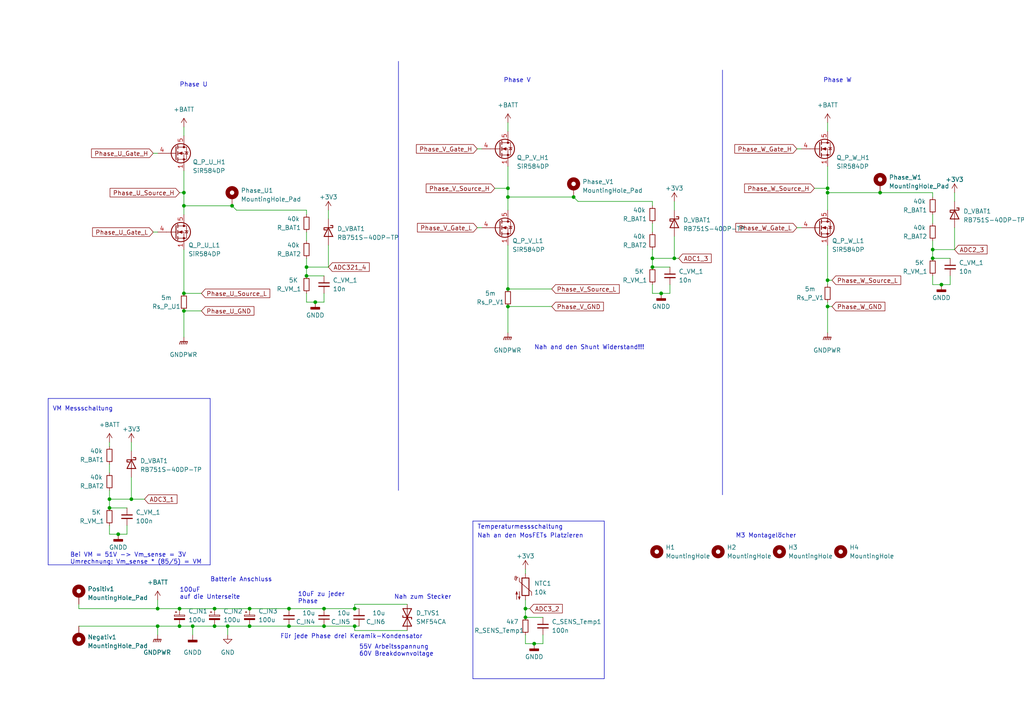
<source format=kicad_sch>
(kicad_sch (version 20230121) (generator eeschema)
  (paper "A4")
  (lib_symbols
    (symbol "Device:C_Polarized_Small" (pin_numbers hide) (pin_names (offset 0.254) hide)
      (property "Reference" "C" (at 0.254 1.778 0))
      (property "Value" "C_Polarized_Small" (at 0.254 -2.032 0))
      (symbol "C_Polarized_Small_0_1"
        (rectangle (start -1.524 -0.3048) (end 1.524 -0.6858) (fill (type outline)))
        (rectangle (start -1.524 0.6858) (end 1.524 0.3048))
        (polyline (pts (xy -1.27 1.524) (xy -0.762 1.524)))
        (polyline (pts (xy -1.016 1.27) (xy -1.016 1.778)))
      )
      (symbol "C_Polarized_Small_1_1"
        (pin passive line (at 0 2.54 270) (length 1.8542) (name "~") (number "1"))
        (pin passive line (at 0 -2.54 90) (length 1.8542) (name "~") (number "2"))
      )
    )
    (symbol "Device:C_Small" (pin_numbers hide) (pin_names (offset 0.254) hide)
      (property "Reference" "C" (at 0.254 1.778 0))
      (property "Value" "C_Small" (at 0.254 -2.032 0))
      (symbol "C_Small_0_1"
        (polyline (pts (xy -1.524 -0.508) (xy 1.524 -0.508)) (stroke (width 0.3302)))
        (polyline (pts (xy -1.524 0.508) (xy 1.524 0.508)) (stroke (width 0.3048)))
      )
      (symbol "C_Small_1_1"
        (pin passive line (at 0 2.54 270) (length 2.032) (name "~") (number "1"))
        (pin passive line (at 0 -2.54 90) (length 2.032) (name "~") (number "2"))
      )
    )
    (symbol "Device:D_Schottky" (pin_numbers hide) (pin_names (offset 1.016) hide)
      (property "Reference" "D" (at 0 2.54 0))
      (property "Value" "D_Schottky" (at 0 -2.54 0))
      (symbol "D_Schottky_0_1"
        (polyline (pts (xy 1.27 0) (xy -1.27 0)))
        (polyline (pts (xy 1.27 1.27) (xy 1.27 -1.27) (xy -1.27 0) (xy 1.27 1.27)) (stroke (width 0.254)))
        (polyline (pts (xy -1.905 0.635) (xy -1.905 1.27) (xy -1.27 1.27) (xy -1.27 -1.27) (xy -0.635 -1.27) (xy -0.635 -0.635)) (stroke (width 0.254)))
      )
      (symbol "D_Schottky_1_1"
        (pin passive line (at -3.81 0 0) (length 2.54) (name "K") (number "1"))
        (pin passive line (at 3.81 0 180) (length 2.54) (name "A") (number "2"))
      )
    )
    (symbol "Device:D_TVS" (pin_numbers hide) (pin_names (offset 1.016) hide)
      (property "Reference" "D" (at 0 2.54 0))
      (property "Value" "D_TVS" (at 0 -2.54 0))
      (symbol "D_TVS_0_1"
        (polyline (pts (xy 1.27 0) (xy -1.27 0)))
        (polyline (pts (xy 0.508 1.27) (xy 0 1.27) (xy 0 -1.27) (xy -0.508 -1.27)) (stroke (width 0.254)))
        (polyline (pts (xy -2.54 1.27) (xy -2.54 -1.27) (xy 2.54 1.27) (xy 2.54 -1.27) (xy -2.54 1.27)) (stroke (width 0.254)))
      )
      (symbol "D_TVS_1_1"
        (pin passive line (at -3.81 0 0) (length 2.54) (name "A1") (number "1"))
        (pin passive line (at 3.81 0 180) (length 2.54) (name "A2") (number "2"))
      )
    )
    (symbol "Device:R_Small" (pin_numbers hide) (pin_names (offset 0.254) hide)
      (property "Reference" "R" (at 0.762 0.508 0))
      (property "Value" "R_Small" (at 0.762 -1.016 0))
      (symbol "R_Small_0_1"
        (rectangle (start -0.762 1.778) (end 0.762 -1.778) (stroke (width 0.2032)))
      )
      (symbol "R_Small_1_1"
        (pin passive line (at 0 2.54 270) (length 0.762) (name "~") (number "1"))
        (pin passive line (at 0 -2.54 90) (length 0.762) (name "~") (number "2"))
      )
    )
    (symbol "Device:Thermistor_NTC" (pin_numbers hide) (pin_names (offset 0))
      (property "Reference" "TH" (at -4.445 0 90))
      (property "Value" "Thermistor_NTC" (at 3.175 0 90))
      (symbol "Thermistor_NTC_0_1"
        (arc (start -3.048 2.159) (mid -3.0505 2.3165) (end -3.175 2.413))
        (arc (start -3.048 2.159) (mid -2.9736 1.9794) (end -2.794 1.905))
        (arc (start -3.048 2.794) (mid -2.9736 2.6144) (end -2.794 2.54))
        (arc (start -2.794 1.905) (mid -2.6144 1.9794) (end -2.54 2.159))
        (arc (start -2.794 2.54) (mid -2.434 2.5608) (end -2.159 2.794))
        (arc (start -2.794 3.048) (mid -2.9736 2.9736) (end -3.048 2.794))
        (arc (start -2.54 2.794) (mid -2.6144 2.9736) (end -2.794 3.048))
        (rectangle (start -1.016 2.54) (end 1.016 -2.54) (stroke (width 0.254)))
        (polyline (pts (xy -2.54 2.159) (xy -2.54 2.794)))
        (polyline (pts (xy -1.778 2.54) (xy -1.778 1.524) (xy 1.778 -1.524) (xy 1.778 -2.54)))
        (polyline (pts (xy -2.54 -3.683) (xy -2.54 -1.397) (xy -2.794 -2.159) (xy -2.286 -2.159) (xy -2.54 -1.397) (xy -2.54 -1.651)) (fill (type outline)))
        (polyline (pts (xy -1.778 -1.397) (xy -1.778 -3.683) (xy -2.032 -2.921) (xy -1.524 -2.921) (xy -1.778 -3.683) (xy -1.778 -3.429)) (fill (type outline)))
      )
      (symbol "Thermistor_NTC_1_1"
        (pin passive line (at 0 3.81 270) (length 1.27) (name "~") (number "1"))
        (pin passive line (at 0 -3.81 90) (length 1.27) (name "~") (number "2"))
      )
    )
    (symbol "Mechanical:MountingHole" (pin_names (offset 1.016))
      (property "Reference" "H" (at 0 5.08 0))
      (property "Value" "MountingHole" (at 0 3.175 0))
      (symbol "MountingHole_0_1"
        (circle (center 0 0) (radius 1.27) (stroke (width 1.27)))
      )
    )
    (symbol "Mechanical:MountingHole_Pad" (pin_numbers hide) (pin_names (offset 1.016) hide)
      (property "Reference" "H" (at 0 6.35 0))
      (property "Value" "MountingHole_Pad" (at 0 4.445 0))
      (symbol "MountingHole_Pad_0_1"
        (circle (center 0 1.27) (radius 1.27) (stroke (width 1.27)))
      )
      (symbol "MountingHole_Pad_1_1"
        (pin input line (at 0 -2.54 90) (length 2.54) (name "1") (number "1"))
      )
    )
    (symbol "Transistor_FET:Si7336ADP" (pin_names hide)
      (property "Reference" "Q" (at 5.08 1.905 0))
      (property "Value" "Si7336ADP" (at 5.08 0 0))
      (symbol "Si7336ADP_0_1"
        (polyline (pts (xy 0.254 0) (xy -2.54 0)))
        (polyline (pts (xy 0.254 1.905) (xy 0.254 -1.905)) (stroke (width 0.254)))
        (polyline (pts (xy 0.762 -1.27) (xy 0.762 -2.286)) (stroke (width 0.254)))
        (polyline (pts (xy 0.762 0.508) (xy 0.762 -0.508)) (stroke (width 0.254)))
        (polyline (pts (xy 0.762 2.286) (xy 0.762 1.27)) (stroke (width 0.254)))
        (polyline (pts (xy 2.54 2.54) (xy 2.54 1.778)))
        (polyline (pts (xy 2.54 -2.54) (xy 2.54 0) (xy 0.762 0)))
        (polyline (pts (xy 0.762 -1.778) (xy 3.302 -1.778) (xy 3.302 1.778) (xy 0.762 1.778)))
        (polyline (pts (xy 1.016 0) (xy 2.032 0.381) (xy 2.032 -0.381) (xy 1.016 0)) (fill (type outline)))
        (polyline (pts (xy 2.794 0.508) (xy 2.921 0.381) (xy 3.683 0.381) (xy 3.81 0.254)))
        (polyline (pts (xy 3.302 0.381) (xy 2.921 -0.254) (xy 3.683 -0.254) (xy 3.302 0.381)))
        (circle (center 1.651 0) (radius 2.794) (stroke (width 0.254)))
        (circle (center 2.54 -1.778) (radius 0.254) (fill (type outline)))
        (circle (center 2.54 1.778) (radius 0.254) (fill (type outline)))
      )
      (symbol "Si7336ADP_1_1"
        (pin passive line (at 2.54 -5.08 90) (length 2.54) (name "S") (number "1"))
        (pin passive line (at 2.54 -5.08 90) (length 2.54) hide (name "S") (number "2"))
        (pin passive line (at 2.54 -5.08 90) (length 2.54) hide (name "S") (number "3"))
        (pin input line (at -5.08 0 0) (length 2.54) (name "G") (number "4"))
        (pin passive line (at 2.54 5.08 270) (length 2.54) (name "D") (number "5"))
      )
    )
    (symbol "power:+3.3V" (power) (pin_names (offset 0))
      (property "Value" "+3.3V" (at 0 3.556 0))
      (symbol "+3.3V_0_1"
        (polyline (pts (xy -0.762 1.27) (xy 0 2.54)))
        (polyline (pts (xy 0 0) (xy 0 2.54)))
        (polyline (pts (xy 0 2.54) (xy 0.762 1.27)))
      )
      (symbol "+3.3V_1_1"
        (pin power_in line (at 0 0 90) (length 0) hide (name "+3V3") (number "1"))
      )
    )
    (symbol "power:+BATT" (power) (pin_names (offset 0))
      (property "Value" "+BATT" (at 0 3.556 0))
      (symbol "+BATT_0_1"
        (polyline (pts (xy -0.762 1.27) (xy 0 2.54)))
        (polyline (pts (xy 0 0) (xy 0 2.54)))
        (polyline (pts (xy 0 2.54) (xy 0.762 1.27)))
      )
      (symbol "+BATT_1_1"
        (pin power_in line (at 0 0 90) (length 0) hide (name "+BATT") (number "1"))
      )
    )
    (symbol "power:GND" (power) (pin_names (offset 0))
      (property "Value" "GND" (at 0 -3.81 0))
      (symbol "GND_0_1"
        (polyline (pts (xy 0 0) (xy 0 -1.27) (xy 1.27 -1.27) (xy 0 -2.54) (xy -1.27 -1.27) (xy 0 -1.27)))
      )
      (symbol "GND_1_1"
        (pin power_in line (at 0 0 270) (length 0) hide (name "GND") (number "1"))
      )
    )
    (symbol "power:GNDD" (power) (pin_names (offset 0))
      (property "Value" "GNDD" (at 0 -3.175 0))
      (symbol "GNDD_0_1"
        (rectangle (start -1.27 -1.524) (end 1.27 -2.032) (stroke (width 0.254)) (fill (type outline)))
        (polyline (pts (xy 0 0) (xy 0 -1.524)))
      )
      (symbol "GNDD_1_1"
        (pin power_in line (at 0 0 270) (length 0) hide (name "GNDD") (number "1"))
      )
    )
    (symbol "power:GNDPWR" (power) (pin_names (offset 0))
      (property "Value" "GNDPWR" (at 0 -3.302 0))
      (symbol "GNDPWR_0_1"
        (polyline (pts (xy 0 -1.27) (xy 0 0)))
        (polyline (pts (xy -1.016 -1.27) (xy -1.27 -2.032) (xy -1.27 -2.032)) (stroke (width 0.2032)))
        (polyline (pts (xy -0.508 -1.27) (xy -0.762 -2.032) (xy -0.762 -2.032)) (stroke (width 0.2032)))
        (polyline (pts (xy 0 -1.27) (xy -0.254 -2.032) (xy -0.254 -2.032)) (stroke (width 0.2032)))
        (polyline (pts (xy 0.508 -1.27) (xy 0.254 -2.032) (xy 0.254 -2.032)) (stroke (width 0.2032)))
        (polyline (pts (xy 1.016 -1.27) (xy -1.016 -1.27) (xy -1.016 -1.27)) (stroke (width 0.2032)))
        (polyline (pts (xy 1.016 -1.27) (xy 0.762 -2.032) (xy 0.762 -2.032) (xy 0.762 -2.032)) (stroke (width 0.2032)))
      )
      (symbol "GNDPWR_1_1"
        (pin power_in line (at 0 0 270) (length 0) hide (name "GNDPWR") (number "1"))
      )
    )
  )
  (junction (at 240.03 88.9))
  (junction (at 93.98 176.53))
  (junction (at 191.77 85.09))
  (junction (at 34.29 154.94))
  (junction (at 240.03 81.28))
  (junction (at 45.72 176.53))
  (junction (at 147.32 57.15))
  (junction (at 66.04 181.61))
  (junction (at 31.75 144.78))
  (junction (at 52.07 181.61))
  (junction (at 195.58 74.93))
  (junction (at 88.9 80.01))
  (junction (at 189.23 74.93))
  (junction (at 55.88 181.61))
  (junction (at 152.4 179.07))
  (junction (at 88.9 77.47))
  (junction (at 240.03 54.61))
  (junction (at 72.39 176.53))
  (junction (at 53.34 55.88))
  (junction (at 147.32 83.82))
  (junction (at 270.51 74.93))
  (junction (at 255.27 55.88))
  (junction (at 102.87 181.61))
  (junction (at 52.07 176.53))
  (junction (at 72.39 181.61))
  (junction (at 62.23 176.53))
  (junction (at 147.32 88.9))
  (junction (at 45.72 181.61))
  (junction (at 102.87 176.53))
  (junction (at 83.82 181.61))
  (junction (at 91.44 87.63))
  (junction (at 154.94 186.69))
  (junction (at 53.34 59.69))
  (junction (at 147.32 54.61))
  (junction (at 189.23 77.47))
  (junction (at 38.1 144.78))
  (junction (at 152.4 176.53))
  (junction (at 273.05 82.55))
  (junction (at 270.51 72.39))
  (junction (at 166.37 57.15))
  (junction (at 62.23 181.61))
  (junction (at 83.82 176.53))
  (junction (at 93.98 181.61))
  (junction (at 240.03 55.88))
  (junction (at 67.31 59.69))
  (junction (at 53.34 90.17))
  (junction (at 31.75 147.32))
  (junction (at 53.34 85.09))
  (polyline (pts (xy 137.16 151.13) (xy 175.26 151.13)))
  (wire (pts (xy 152.4 186.69) (xy 154.94 186.69)))
  (wire (pts (xy 275.59 74.93) (xy 270.51 74.93)))
  (wire (pts (xy 102.87 176.53) (xy 93.98 176.53)))
  (wire (pts (xy 194.31 85.09) (xy 194.31 82.55)))
  (wire (pts (xy 276.86 72.39) (xy 270.51 72.39)))
  (wire (pts (xy 147.32 88.9) (xy 160.02 88.9)))
  (wire (pts (xy 147.32 48.26) (xy 147.32 54.61)))
  (wire (pts (xy 72.39 176.53) (xy 83.82 176.53)))
  (wire (pts (xy 194.31 77.47) (xy 189.23 77.47)))
  (wire (pts (xy 189.23 58.42) (xy 167.64 58.42)))
  (wire (pts (xy 270.51 64.77) (xy 270.51 62.23)))
  (wire (pts (xy 154.94 186.69) (xy 157.48 186.69)))
  (wire (pts (xy 93.98 87.63) (xy 93.98 85.09)))
  (wire (pts (xy 31.75 144.78) (xy 31.75 147.32)))
  (polyline (pts (xy 175.26 196.85) (xy 175.26 151.13)))
  (wire (pts (xy 189.23 72.39) (xy 189.23 74.93)))
  (wire (pts (xy 45.72 184.15) (xy 45.72 181.61)))
  (wire (pts (xy 55.88 181.61) (xy 62.23 181.61)))
  (wire (pts (xy 231.14 43.18) (xy 232.41 43.18)))
  (wire (pts (xy 152.4 184.15) (xy 152.4 186.69)))
  (polyline (pts (xy 137.16 196.85) (xy 175.26 196.85)))
  (wire (pts (xy 240.03 88.9) (xy 241.3 88.9)))
  (polyline (pts (xy 60.96 163.83) (xy 60.96 115.57)))
  (wire (pts (xy 38.1 144.78) (xy 31.75 144.78)))
  (wire (pts (xy 147.32 38.1) (xy 147.32 35.56)))
  (wire (pts (xy 66.04 181.61) (xy 66.04 184.15)))
  (wire (pts (xy 276.86 66.04) (xy 276.86 72.39)))
  (wire (pts (xy 231.14 66.04) (xy 232.41 66.04)))
  (wire (pts (xy 68.58 60.96) (xy 67.31 59.69)))
  (wire (pts (xy 88.9 87.63) (xy 91.44 87.63)))
  (wire (pts (xy 53.34 49.53) (xy 53.34 55.88)))
  (wire (pts (xy 95.25 63.5) (xy 95.25 60.96)))
  (wire (pts (xy 53.34 90.17) (xy 53.34 97.79)))
  (wire (pts (xy 195.58 60.96) (xy 195.58 58.42)))
  (wire (pts (xy 31.75 142.24) (xy 31.75 144.78)))
  (wire (pts (xy 53.34 59.69) (xy 53.34 62.23)))
  (wire (pts (xy 52.07 55.88) (xy 53.34 55.88)))
  (wire (pts (xy 157.48 179.07) (xy 152.4 179.07)))
  (wire (pts (xy 95.25 71.12) (xy 95.25 77.47)))
  (wire (pts (xy 22.86 181.61) (xy 45.72 181.61)))
  (wire (pts (xy 102.87 181.61) (xy 93.98 181.61)))
  (wire (pts (xy 240.03 54.61) (xy 240.03 55.88)))
  (wire (pts (xy 143.51 54.61) (xy 147.32 54.61)))
  (wire (pts (xy 31.75 152.4) (xy 31.75 154.94)))
  (polyline (pts (xy 13.97 163.83) (xy 60.96 163.83)))
  (wire (pts (xy 195.58 68.58) (xy 195.58 74.93)))
  (wire (pts (xy 44.45 67.31) (xy 45.72 67.31)))
  (wire (pts (xy 152.4 176.53) (xy 152.4 179.07)))
  (wire (pts (xy 240.03 55.88) (xy 255.27 55.88)))
  (wire (pts (xy 157.48 186.69) (xy 157.48 184.15)))
  (wire (pts (xy 66.04 181.61) (xy 72.39 181.61)))
  (wire (pts (xy 53.34 59.69) (xy 67.31 59.69)))
  (wire (pts (xy 195.58 74.93) (xy 189.23 74.93)))
  (wire (pts (xy 276.86 58.42) (xy 276.86 55.88)))
  (wire (pts (xy 240.03 38.1) (xy 240.03 35.56)))
  (wire (pts (xy 88.9 85.09) (xy 88.9 87.63)))
  (wire (pts (xy 31.75 129.54) (xy 31.75 128.27)))
  (wire (pts (xy 147.32 57.15) (xy 166.37 57.15)))
  (wire (pts (xy 138.43 43.18) (xy 139.7 43.18)))
  (wire (pts (xy 270.51 80.01) (xy 270.51 82.55)))
  (wire (pts (xy 104.14 176.53) (xy 102.87 176.53)))
  (polyline (pts (xy 13.97 115.57) (xy 60.96 115.57)))
  (polyline (pts (xy 13.97 115.57) (xy 13.97 163.83)))
  (wire (pts (xy 118.11 182.88) (xy 102.87 182.88)))
  (wire (pts (xy 240.03 48.26) (xy 240.03 54.61)))
  (wire (pts (xy 275.59 82.55) (xy 275.59 80.01)))
  (wire (pts (xy 147.32 57.15) (xy 147.32 60.96)))
  (wire (pts (xy 88.9 74.93) (xy 88.9 77.47)))
  (wire (pts (xy 22.86 175.26) (xy 22.86 176.53)))
  (wire (pts (xy 52.07 176.53) (xy 62.23 176.53)))
  (wire (pts (xy 88.9 77.47) (xy 88.9 80.01)))
  (wire (pts (xy 93.98 176.53) (xy 83.82 176.53)))
  (wire (pts (xy 270.51 72.39) (xy 270.51 74.93)))
  (wire (pts (xy 31.75 154.94) (xy 34.29 154.94)))
  (wire (pts (xy 36.83 154.94) (xy 36.83 152.4)))
  (wire (pts (xy 240.03 87.63) (xy 240.03 88.9)))
  (wire (pts (xy 93.98 181.61) (xy 83.82 181.61)))
  (wire (pts (xy 102.87 175.26) (xy 102.87 176.53)))
  (wire (pts (xy 102.87 182.88) (xy 102.87 181.61)))
  (wire (pts (xy 270.51 82.55) (xy 273.05 82.55)))
  (wire (pts (xy 55.88 184.15) (xy 55.88 181.61)))
  (wire (pts (xy 147.32 88.9) (xy 147.32 96.52)))
  (wire (pts (xy 236.22 54.61) (xy 240.03 54.61)))
  (wire (pts (xy 240.03 71.12) (xy 240.03 81.28)))
  (wire (pts (xy 189.23 85.09) (xy 191.77 85.09)))
  (wire (pts (xy 189.23 82.55) (xy 189.23 85.09)))
  (wire (pts (xy 270.51 69.85) (xy 270.51 72.39)))
  (polyline (pts (xy 209.55 20.32) (xy 209.55 143.51)))
  (wire (pts (xy 118.11 175.26) (xy 102.87 175.26)))
  (wire (pts (xy 95.25 77.47) (xy 88.9 77.47)))
  (wire (pts (xy 240.03 81.28) (xy 241.3 81.28)))
  (wire (pts (xy 240.03 88.9) (xy 240.03 96.52)))
  (wire (pts (xy 147.32 83.82) (xy 160.02 83.82)))
  (wire (pts (xy 53.34 55.88) (xy 53.34 59.69)))
  (wire (pts (xy 189.23 74.93) (xy 189.23 77.47)))
  (wire (pts (xy 273.05 82.55) (xy 275.59 82.55)))
  (wire (pts (xy 167.64 58.42) (xy 166.37 57.15)))
  (wire (pts (xy 240.03 55.88) (xy 240.03 60.96)))
  (wire (pts (xy 22.86 176.53) (xy 45.72 176.53)))
  (wire (pts (xy 147.32 71.12) (xy 147.32 83.82)))
  (wire (pts (xy 240.03 81.28) (xy 240.03 82.55)))
  (wire (pts (xy 62.23 181.61) (xy 66.04 181.61)))
  (wire (pts (xy 88.9 60.96) (xy 68.58 60.96)))
  (wire (pts (xy 53.34 85.09) (xy 58.42 85.09)))
  (wire (pts (xy 53.34 39.37) (xy 53.34 36.83)))
  (wire (pts (xy 38.1 144.78) (xy 41.91 144.78)))
  (wire (pts (xy 147.32 54.61) (xy 147.32 57.15)))
  (wire (pts (xy 189.23 67.31) (xy 189.23 64.77)))
  (wire (pts (xy 36.83 147.32) (xy 31.75 147.32)))
  (wire (pts (xy 189.23 59.69) (xy 189.23 58.42)))
  (wire (pts (xy 104.14 181.61) (xy 102.87 181.61)))
  (wire (pts (xy 52.07 181.61) (xy 45.72 181.61)))
  (wire (pts (xy 93.98 80.01) (xy 88.9 80.01)))
  (wire (pts (xy 52.07 176.53) (xy 45.72 176.53)))
  (wire (pts (xy 44.45 44.45) (xy 45.72 44.45)))
  (polyline (pts (xy 137.16 151.13) (xy 137.16 196.85)))
  (wire (pts (xy 88.9 62.23) (xy 88.9 60.96)))
  (wire (pts (xy 52.07 181.61) (xy 55.88 181.61)))
  (wire (pts (xy 138.43 66.04) (xy 139.7 66.04)))
  (wire (pts (xy 31.75 137.16) (xy 31.75 134.62)))
  (wire (pts (xy 53.34 90.17) (xy 58.42 90.17)))
  (wire (pts (xy 38.1 138.43) (xy 38.1 144.78)))
  (wire (pts (xy 195.58 74.93) (xy 196.85 74.93)))
  (wire (pts (xy 152.4 165.1) (xy 152.4 166.37)))
  (wire (pts (xy 45.72 176.53) (xy 45.72 173.99)))
  (wire (pts (xy 34.29 154.94) (xy 36.83 154.94)))
  (wire (pts (xy 53.34 72.39) (xy 53.34 85.09)))
  (wire (pts (xy 38.1 130.81) (xy 38.1 128.27)))
  (wire (pts (xy 91.44 87.63) (xy 93.98 87.63)))
  (wire (pts (xy 72.39 181.61) (xy 83.82 181.61)))
  (wire (pts (xy 255.27 55.88) (xy 270.51 55.88)))
  (wire (pts (xy 62.23 176.53) (xy 72.39 176.53)))
  (wire (pts (xy 191.77 85.09) (xy 194.31 85.09)))
  (wire (pts (xy 270.51 57.15) (xy 270.51 55.88)))
  (wire (pts (xy 88.9 69.85) (xy 88.9 67.31)))
  (polyline (pts (xy 115.57 17.78) (xy 115.57 142.24)))
  (wire (pts (xy 152.4 173.99) (xy 152.4 176.53)))
  (wire (pts (xy 153.67 176.53) (xy 152.4 176.53)))
  (text "Nah an den MosFETs Platzieren" (at 138.43 156.21 0) (effects (font (size 1.27 1.27)) (justify left bottom)))
  (text "Phase U" (at 52.07 25.4 0) (effects (font (size 1.27 1.27)) (justify left bottom)))
  (text "Für jede Phase drei Keramik-Kondensator" (at 81.28 185.42 0) (effects (font (size 1.27 1.27)) (justify left bottom)))
  (text "Batterie Anschluss" (at 60.96 168.91 0) (effects (font (size 1.27 1.27)) (justify left bottom)))
  (text "Phase W" (at 238.76 24.13 0) (effects (font (size 1.27 1.27)) (justify left bottom)))
  (text "M3 Montagelöcher" (at 213.36 156.21 0) (effects (font (size 1.27 1.27)) (justify left bottom)))
  (text "Bei VM = 51V -> Vm_sense = 3V\nUmrechnung: Vm_sense * (85/5) = VM" (at 20.32 163.83 0) (effects (font (size 1.27 1.27)) (justify left bottom)))
  (text "Nah zum Stecker" (at 114.3 173.99 0) (effects (font (size 1.27 1.27)) (justify left bottom)))
  (text "10uF zu jeder\nPhase" (at 86.36 175.26 0) (effects (font (size 1.27 1.27)) (justify left bottom)))
  (text "55V Arbeitsspannung\n60V Breakdownvoltage" (at 104.14 190.5 0) (effects (font (size 1.27 1.27)) (justify left bottom)))
  (text "Phase V " (at 146.05 24.13 0) (effects (font (size 1.27 1.27)) (justify left bottom)))
  (text "100uF\nauf die Unterseite" (at 52.07 173.99 0) (effects (font (size 1.27 1.27)) (justify left bottom)))
  (text "Nah and den Shunt Widerstand!!!" (at 154.94 101.6 0) (effects (font (size 1.27 1.27)) (justify left bottom)))
  (text "VM Messschaltung" (at 15.24 119.38 0) (effects (font (size 1.27 1.27)) (justify left bottom)))
  (text "Temperaturmessschaltung" (at 138.43 153.67 0) (effects (font (size 1.27 1.27)) (justify left bottom)))
  (global_label "Phase_U_Gate_H" (shape input) (at 44.45 44.45 180) (property "Intersheetrefs" "${INTERSHEET_REFS}" (effects hide)))
  (global_label "Phase_W_Gate_L" (shape input) (at 231.14 66.04 180) (property "Intersheetrefs" "${INTERSHEET_REFS}" (effects hide)))
  (global_label "Phase_U_Gate_L" (shape input) (at 44.45 67.31 180) (property "Intersheetrefs" "${INTERSHEET_REFS}" (effects hide)))
  (global_label "ADC3_2" (shape input) (at 153.67 176.53 0) (property "Intersheetrefs" "${INTERSHEET_REFS}" (effects hide)))
  (global_label "Phase_V_Gate_L" (shape input) (at 138.43 66.04 180) (property "Intersheetrefs" "${INTERSHEET_REFS}" (effects hide)))
  (global_label "Phase_U_GND" (shape input) (at 58.42 90.17 0) (property "Intersheetrefs" "${INTERSHEET_REFS}" (effects hide)))
  (global_label "ADC1_3" (shape input) (at 196.85 74.93 0) (property "Intersheetrefs" "${INTERSHEET_REFS}" (effects hide)))
  (global_label "Phase_U_Source_L" (shape input) (at 58.42 85.09 0) (property "Intersheetrefs" "${INTERSHEET_REFS}" (effects hide)))
  (global_label "ADC3_1" (shape input) (at 41.91 144.78 0) (property "Intersheetrefs" "${INTERSHEET_REFS}" (effects hide)))
  (global_label "Phase_U_Source_H" (shape input) (at 52.07 55.88 180) (property "Intersheetrefs" "${INTERSHEET_REFS}" (effects hide)))
  (global_label "Phase_W_Gate_H" (shape input) (at 231.14 43.18 180) (property "Intersheetrefs" "${INTERSHEET_REFS}" (effects hide)))
  (global_label "Phase_V_GND" (shape input) (at 160.02 88.9 0) (property "Intersheetrefs" "${INTERSHEET_REFS}" (effects hide)))
  (global_label "Phase_V_Gate_H" (shape input) (at 138.43 43.18 180) (property "Intersheetrefs" "${INTERSHEET_REFS}" (effects hide)))
  (global_label "Phase_V_Source_H" (shape input) (at 143.51 54.61 180) (property "Intersheetrefs" "${INTERSHEET_REFS}" (effects hide)))
  (global_label "Phase_W_GND" (shape input) (at 241.3 88.9 0) (property "Intersheetrefs" "${INTERSHEET_REFS}" (effects hide)))
  (global_label "Phase_V_Source_L" (shape input) (at 160.02 83.82 0) (property "Intersheetrefs" "${INTERSHEET_REFS}" (effects hide)))
  (global_label "Phase_W_Source_L" (shape input) (at 241.3 81.28 0) (property "Intersheetrefs" "${INTERSHEET_REFS}" (effects hide)))
  (global_label "ADC2_3" (shape input) (at 276.86 72.39 0) (property "Intersheetrefs" "${INTERSHEET_REFS}" (effects hide)))
  (global_label "ADC321_4" (shape input) (at 95.25 77.47 0) (property "Intersheetrefs" "${INTERSHEET_REFS}" (effects hide)))
  (global_label "Phase_W_Source_H" (shape input) (at 236.22 54.61 180) (property "Intersheetrefs" "${INTERSHEET_REFS}" (effects hide)))
  (symbol (lib_id "Mechanical:MountingHole_Pad") (at 166.37 54.61 0) (unit 1)
    (property "Reference" "Phase_V1" (at 168.91 52.705 0) (effects (justify left)))
    (property "Value" "MountingHole_Pad" (at 168.91 55.245 0) (effects (justify left)))
    (property "Footprint" "MountingHole:MountingHole_3.2mm_M3_ISO14580_Pad_TopBottom" (effects hide))
  )
  (symbol (lib_id "Device:C_Small") (at 93.98 179.07 180) (unit 1)
    (property "Reference" "C_IN5" (at 101.6 180.34 0) (effects (justify left)))
    (property "Value" "10u" (at 101.6 177.8 0) (effects (justify left)))
    (property "Footprint" "Capacitor_SMD:C_1210_3225Metric" (effects hide))
    (instances (project "Leistungs_Halbleiter_Platine" (path "" (reference "C_IN5") (unit 1))) (project "Servo_Controller_Rev2" (path "" (reference "C_IN5") (unit 1))) (project "Servo_Controller_Rev1_2" (path "" (reference "C_IN?") (unit 1))) (project "Halbrücken" (path "" (reference "C_IN5") (unit 1))) (project "Servo_Treiber" (path "" (reference "C_IN5") (unit 1))) (project "Leistungsteil" (path "" (reference "C_IN5") (unit 1))))
  )
  (symbol (lib_id "Device:R_Small") (at 270.51 67.31 0) (unit 1)
    (property "Reference" "R_BAT2" (at 265.43 68.58 0))
    (property "Value" "40k" (at 266.7 66.04 0))
    (property "Footprint" "Resistor_SMD:R_0201_0603Metric" (effects hide))
    (instances (project "Microcontroller" (path "" (reference "R_BAT2") (unit 1))) (project "Leistungsteil" (path "" (reference "R_sense_W2") (unit 1))))
  )
  (symbol (lib_id "Transistor_FET:Si7336ADP") (at 237.49 43.18 0) (unit 1)
    (property "Reference" "Q_P_W_H1" (at 242.57 45.72 0) (effects (justify left)))
    (property "Value" "SiR584DP" (at 242.57 48.26 0) (effects (justify left)))
    (property "Footprint" "Package_SO:PowerPAK_SO-8_Single" (effects hide))
    (property "Datasheet" "https://www.mouser.de/datasheet/2/427/sir584dp-2953443.pdf" (effects hide))
    (instances (project "Leistungs_Halbleiter_Platine" (path "" (reference "Q_P_W_H1") (unit 1))) (project "Servo_Controller_Rev2" (path "" (reference "Q_P_W_H1") (unit 1))) (project "Servo_Controller_Rev1_2" (path "" (reference "Q_P_W_H?") (unit 1))) (project "Halbrücken" (path "" (reference "Q_P_W_H1") (unit 1))) (project "Servo_Treiber" (path "" (reference "Q_P_W_H1") (unit 1))) (project "Leistungsteil" (path "" (reference "Q_P_W_H1") (unit 1))))
  )
  (symbol (lib_id "Device:D_Schottky") (at 276.86 62.23 270) (unit 1)
    (property "Reference" "D_VBAT1" (at 279.4 61.2775 90) (effects (justify left)))
    (property "Value" "RB751S-40DP-TP" (at 279.4 63.8175 90) (effects (justify left)))
    (property "Footprint" "Diode_SMD:D_0201_0603Metric" (effects hide))
    (property "Datasheet" "https://lcsc.com/product-detail/Schottky-Barrier-Diodes-SBD_STMicroelectronics-BAT30KFILM_C2926449.html" (effects hide))
    (instances (project "Microcontroller" (path "" (reference "D_VBAT1") (unit 1))) (project "Leistungsteil" (path "" (reference "D_sense_W1") (unit 1))))
  )
  (symbol (lib_id "Device:C_Polarized_Small") (at 52.07 179.07 0) (unit 1)
    (property "Reference" "C_IN1" (at 54.61 177.2538 0) (effects (justify left)))
    (property "Value" "100u" (at 54.61 179.7938 0) (effects (justify left)))
    (property "Footprint" "Capacitor_SMD:CP_Elec_10x10" (effects hide))
    (property "Datasheet" "https://www.mouser.de/ProductDetail/Vishay-BC-Components/MAL215099702E3?qs=bKenfurwlskcHT6%252BSvdJwA%3D%3D" (effects hide))
    (instances (project "Leistungs_Halbleiter_Platine" (path "" (reference "C_IN1") (unit 1))) (project "Servo_Controller_Rev2" (path "" (reference "C_IN1") (unit 1))) (project "Servo_Controller_Rev1_2" (path "" (reference "C_IN?") (unit 1))) (project "Halbrücken" (path "" (reference "C_IN1") (unit 1))) (project "Servo_Treiber" (path "" (reference "C_IN1") (unit 1))) (project "Leistungsteil" (path "" (reference "C_IN1") (unit 1))))
  )
  (symbol (lib_id "power:+3.3V") (at 276.86 55.88 0) (unit 1)
    (property "Reference" "#PWR0131" (effects hide))
    (property "Value" "+3.3V" (at 276.86 52.07 0))
    (instances (project "Microcontroller" (path "" (reference "#PWR0131") (unit 1))) (project "Leistungsteil" (path "" (reference "#PWR065") (unit 1))))
  )
  (symbol (lib_id "power:+3.3V") (at 38.1 128.27 0) (unit 1)
    (property "Reference" "#PWR0131" (effects hide))
    (property "Value" "+3.3V" (at 38.1 124.46 0))
    (instances (project "Microcontroller" (path "" (reference "#PWR0131") (unit 1))) (project "Leistungsteil" (path "" (reference "#PWR059") (unit 1))))
  )
  (symbol (lib_id "Device:R_Small") (at 189.23 80.01 0) (unit 1)
    (property "Reference" "R_VM_1" (at 184.15 81.28 0))
    (property "Value" "5K" (at 185.42 78.74 0))
    (property "Footprint" "Resistor_SMD:R_0201_0603Metric" (effects hide))
    (instances (project "Microcontroller" (path "" (reference "R_VM_1") (unit 1))) (project "Leistungsteil" (path "" (reference "R_sense_V3") (unit 1))))
  )
  (symbol (lib_id "Device:C_Polarized_Small") (at 62.23 179.07 0) (unit 1)
    (property "Reference" "C_IN2" (at 64.77 177.2538 0) (effects (justify left)))
    (property "Value" "100u" (at 64.77 179.7938 0) (effects (justify left)))
    (property "Footprint" "Capacitor_SMD:CP_Elec_10x10" (effects hide))
    (property "Datasheet" "https://www.mouser.de/ProductDetail/Vishay-BC-Components/MAL215099702E3?qs=bKenfurwlskcHT6%252BSvdJwA%3D%3D" (effects hide))
    (instances (project "Leistungs_Halbleiter_Platine" (path "" (reference "C_IN2") (unit 1))) (project "Servo_Controller_Rev2" (path "" (reference "C_IN2") (unit 1))) (project "Servo_Controller_Rev1_2" (path "" (reference "C_IN1") (unit 1))) (project "Halbrücken" (path "" (reference "C_IN2") (unit 1))) (project "Servo_Treiber" (path "" (reference "C_IN2") (unit 1))) (project "Leistungsteil" (path "" (reference "C_IN2") (unit 1))))
  )
  (symbol (lib_id "Device:R_Small") (at 88.9 64.77 0) (unit 1)
    (property "Reference" "R_BAT1" (at 83.82 66.04 0))
    (property "Value" "40k" (at 85.09 63.5 0))
    (property "Footprint" "Resistor_SMD:R_0201_0603Metric" (effects hide))
    (instances (project "Microcontroller" (path "" (reference "R_BAT1") (unit 1))) (project "Leistungsteil" (path "" (reference "R_sense_U3") (unit 1))))
  )
  (symbol (lib_id "Device:C_Small") (at 157.48 181.61 0) (unit 1)
    (property "Reference" "C_SENS_Temp1" (at 160.02 180.34 0) (effects (justify left)))
    (property "Value" "100n" (at 160.02 182.8738 0) (effects (justify left)))
    (property "Footprint" "Capacitor_SMD:C_0402_1005Metric" (effects hide))
  )
  (symbol (lib_id "Mechanical:MountingHole_Pad") (at 67.31 57.15 0) (unit 1)
    (property "Reference" "Phase_U1" (at 69.85 55.245 0) (effects (justify left)))
    (property "Value" "MountingHole_Pad" (at 69.85 57.785 0) (effects (justify left)))
    (property "Footprint" "MountingHole:MountingHole_3.2mm_M3_ISO14580_Pad_TopBottom" (effects hide))
  )
  (symbol (lib_id "Device:C_Small") (at 104.14 179.07 180) (unit 1)
    (property "Reference" "C_IN6" (at 111.76 180.34 0) (effects (justify left)))
    (property "Value" "10u" (at 111.76 177.8 0) (effects (justify left)))
    (property "Footprint" "Capacitor_SMD:C_1210_3225Metric" (effects hide))
    (instances (project "Leistungs_Halbleiter_Platine" (path "" (reference "C_IN6") (unit 1))) (project "Servo_Controller_Rev2" (path "" (reference "C_IN6") (unit 1))) (project "Servo_Controller_Rev1_2" (path "" (reference "C_IN?") (unit 1))) (project "Halbrücken" (path "" (reference "C_IN6") (unit 1))) (project "Servo_Treiber" (path "" (reference "C_IN6") (unit 1))) (project "Leistungsteil" (path "" (reference "C_IN6") (unit 1))))
  )
  (symbol (lib_id "Device:C_Small") (at 194.31 80.01 0) (unit 1)
    (property "Reference" "C_VM_1" (at 196.85 78.74 0) (effects (justify left)))
    (property "Value" "10n" (at 196.85 81.2738 0) (effects (justify left)))
    (property "Footprint" "Capacitor_SMD:C_0201_0603Metric" (effects hide))
    (instances (project "Microcontroller" (path "" (reference "C_VM_1") (unit 1))) (project "Leistungsteil" (path "" (reference "C_sense_V1") (unit 1))))
  )
  (symbol (lib_id "power:GNDPWR") (at 53.34 97.79 0) (unit 1)
    (property "Reference" "#PWR058" (effects hide))
    (property "Value" "GNDPWR" (at 53.213 102.87 0))
    (instances (project "Leistungs_Halbleiter_Platine" (path "" (reference "#PWR058") (unit 1))) (project "Servo_Controller_Rev2" (path "" (reference "#PWR058") (unit 1))) (project "Servo_Controller_Rev1_2" (path "" (reference "#PWR?") (unit 1))) (project "Halbrücken" (path "" (reference "#PWR058") (unit 1))) (project "Servo_Treiber" (path "" (reference "#PWR017") (unit 1))) (project "Leistungsteil" (path "" (reference "#PWR010") (unit 1))))
  )
  (symbol (lib_id "Device:C_Polarized_Small") (at 72.39 179.07 0) (unit 1)
    (property "Reference" "C_IN3" (at 74.93 177.2538 0) (effects (justify left)))
    (property "Value" "100u" (at 74.93 179.7938 0) (effects (justify left)))
    (property "Footprint" "Capacitor_SMD:CP_Elec_10x10" (effects hide))
    (property "Datasheet" "https://www.mouser.de/ProductDetail/Vishay-BC-Components/MAL215099702E3?qs=bKenfurwlskcHT6%252BSvdJwA%3D%3D" (effects hide))
    (instances (project "Leistungs_Halbleiter_Platine" (path "" (reference "C_IN3") (unit 1))) (project "Servo_Controller_Rev2" (path "" (reference "C_IN3") (unit 1))) (project "Servo_Controller_Rev1_2" (path "" (reference "C_IN2") (unit 1))) (project "Halbrücken" (path "" (reference "C_IN3") (unit 1))) (project "Servo_Treiber" (path "" (reference "C_IN3") (unit 1))) (project "Leistungsteil" (path "" (reference "C_IN3") (unit 1))))
  )
  (symbol (lib_id "Transistor_FET:Si7336ADP") (at 144.78 43.18 0) (unit 1)
    (property "Reference" "Q_P_V_H1" (at 149.86 45.72 0) (effects (justify left)))
    (property "Value" "SiR584DP" (at 149.86 48.26 0) (effects (justify left)))
    (property "Footprint" "Package_SO:PowerPAK_SO-8_Single" (effects hide))
    (property "Datasheet" "https://www.mouser.de/datasheet/2/427/sir584dp-2953443.pdf" (effects hide))
    (instances (project "Leistungs_Halbleiter_Platine" (path "" (reference "Q_P_V_H1") (unit 1))) (project "Servo_Controller_Rev2" (path "" (reference "Q_P_V_H1") (unit 1))) (project "Servo_Controller_Rev1_2" (path "" (reference "Q_P_V_H?") (unit 1))) (project "Halbrücken" (path "" (reference "Q_P_V_H1") (unit 1))) (project "Servo_Treiber" (path "" (reference "Q_P_V_H1") (unit 1))) (project "Leistungsteil" (path "" (reference "Q_P_V_H1") (unit 1))))
  )
  (symbol (lib_id "Device:R_Small") (at 240.03 85.09 180) (unit 1)
    (property "Reference" "Rs_P_V1" (at 234.95 86.36 0))
    (property "Value" "5m" (at 234.95 83.82 0))
    (property "Footprint" "Resistor_SMD:R_2512_6332Metric" (effects hide))
    (instances (project "Leistungs_Halbleiter_Platine" (path "" (reference "Rs_P_V1") (unit 1))) (project "Servo_Controller_Rev2" (path "" (reference "Rs_P_V1") (unit 1))) (project "Servo_Controller_Rev1_2" (path "" (reference "Rs_P_V?") (unit 1))) (project "Halbrücken" (path "" (reference "Rs_P_V1") (unit 1))) (project "Servo_Treiber" (path "" (reference "Rs_P_V1") (unit 1))) (project "Leistungsteil" (path "" (reference "Rs_P_W1") (unit 1))))
  )
  (symbol (lib_id "Device:C_Small") (at 83.82 179.07 180) (unit 1)
    (property "Reference" "C_IN4" (at 91.44 180.34 0) (effects (justify left)))
    (property "Value" "10u" (at 91.44 177.8 0) (effects (justify left)))
    (property "Footprint" "Capacitor_SMD:C_1210_3225Metric" (effects hide))
    (instances (project "Leistungs_Halbleiter_Platine" (path "" (reference "C_IN4") (unit 1))) (project "Servo_Controller_Rev2" (path "" (reference "C_IN4") (unit 1))) (project "Servo_Controller_Rev1_2" (path "" (reference "C_IN?") (unit 1))) (project "Halbrücken" (path "" (reference "C_IN4") (unit 1))) (project "Servo_Treiber" (path "" (reference "C_IN4") (unit 1))) (project "Leistungsteil" (path "" (reference "C_IN4") (unit 1))))
  )
  (symbol (lib_id "Transistor_FET:Si7336ADP") (at 144.78 66.04 0) (unit 1)
    (property "Reference" "Q_P_V_L1" (at 148.59 69.85 0) (effects (justify left)))
    (property "Value" "SiR584DP" (at 148.59 72.39 0) (effects (justify left)))
    (property "Footprint" "Package_SO:PowerPAK_SO-8_Single" (effects hide))
    (property "Datasheet" "https://www.mouser.de/datasheet/2/427/sir584dp-2953443.pdf" (effects hide))
    (instances (project "Leistungs_Halbleiter_Platine" (path "" (reference "Q_P_V_L1") (unit 1))) (project "Servo_Controller_Rev2" (path "" (reference "Q_P_V_L1") (unit 1))) (project "Servo_Controller_Rev1_2" (path "" (reference "Q_P_V_L?") (unit 1))) (project "Halbrücken" (path "" (reference "Q_P_V_L1") (unit 1))) (project "Servo_Treiber" (path "" (reference "Q_P_V_L1") (unit 1))) (project "Leistungsteil" (path "" (reference "Q_P_V_L1") (unit 1))))
  )
  (symbol (lib_id "power:+BATT") (at 53.34 36.83 0) (unit 1)
    (property "Reference" "#PWR057" (effects hide))
    (property "Value" "+BATT" (at 53.34 31.75 0))
    (instances (project "Leistungs_Halbleiter_Platine" (path "" (reference "#PWR057") (unit 1))) (project "Servo_Controller_Rev2" (path "" (reference "#PWR057") (unit 1))) (project "Servo_Controller_Rev1_2" (path "" (reference "#PWR?") (unit 1))) (project "Halbrücken" (path "" (reference "#PWR057") (unit 1))) (project "Servo_Treiber" (path "" (reference "#PWR016") (unit 1))) (project "Leistungsteil" (path "" (reference "#PWR09") (unit 1))))
  )
  (symbol (lib_id "power:+3.3V") (at 195.58 58.42 0) (unit 1)
    (property "Reference" "#PWR0131" (effects hide))
    (property "Value" "+3.3V" (at 195.58 54.61 0))
    (instances (project "Microcontroller" (path "" (reference "#PWR0131") (unit 1))) (project "Leistungsteil" (path "" (reference "#PWR063") (unit 1))))
  )
  (symbol (lib_id "power:GNDD") (at 55.88 184.15 0) (unit 1)
    (property "Reference" "#PWR036" (effects hide))
    (property "Value" "GNDD" (at 55.88 189.23 0))
    (instances (project "Leistungs_Halbleiter_Platine" (path "" (reference "#PWR036") (unit 1))) (project "Servo_Controller_Rev2" (path "" (reference "#PWR036") (unit 1))) (project "Halbrücken" (path "" (reference "#PWR036") (unit 1))) (project "Servo_Treiber" (path "" (reference "#PWR06") (unit 1)) (path "" (reference "#PWR06") (unit 1)) (path "" (reference "#PWR034") (unit 1))) (project "Leistungsteil" (path "" (reference "#PWR011") (unit 1))))
  )
  (symbol (lib_id "Device:R_Small") (at 31.75 149.86 0) (unit 1)
    (property "Reference" "R_VM_1" (at 26.67 151.13 0))
    (property "Value" "5K" (at 27.94 148.59 0))
    (property "Footprint" "Resistor_SMD:R_0201_0603Metric" (effects hide))
  )
  (symbol (lib_id "Mechanical:MountingHole") (at 226.06 160.02 0) (unit 1)
    (property "Reference" "H3" (at 228.6 158.7499 0) (effects (justify left)))
    (property "Value" "MountingHole" (at 228.6 161.2899 0) (effects (justify left)))
    (property "Footprint" "MountingHole:MountingHole_3.2mm_M3_DIN965" (effects hide))
    (instances (project "Leistungs_Halbleiter_Platine" (path "" (reference "H3") (unit 1))) (project "Servo_Controller_Rev2" (path "" (reference "H3") (unit 1))) (project "Servo_Controller_Rev1_2" (path "" (reference "H?") (unit 1))) (project "Halbrücken" (path "" (reference "H3") (unit 1))) (project "Servo_Treiber" (path "" (reference "H3") (unit 1))) (project "Leistungsteil" (path "" (reference "H3") (unit 1))))
  )
  (symbol (lib_id "power:GNDPWR") (at 240.03 96.52 0) (unit 1)
    (property "Reference" "#PWR074" (effects hide))
    (property "Value" "GNDPWR" (at 239.903 101.6 0))
    (instances (project "Leistungs_Halbleiter_Platine" (path "" (reference "#PWR074") (unit 1))) (project "Servo_Controller_Rev2" (path "" (reference "#PWR074") (unit 1))) (project "Servo_Controller_Rev1_2" (path "" (reference "#PWR?") (unit 1))) (project "Halbrücken" (path "" (reference "#PWR074") (unit 1))) (project "Servo_Treiber" (path "" (reference "#PWR033") (unit 1))) (project "Leistungsteil" (path "" (reference "#PWR016") (unit 1))))
  )
  (symbol (lib_id "Device:C_Small") (at 275.59 77.47 0) (unit 1)
    (property "Reference" "C_VM_1" (at 278.13 76.2 0) (effects (justify left)))
    (property "Value" "10n" (at 278.13 78.7338 0) (effects (justify left)))
    (property "Footprint" "Capacitor_SMD:C_0201_0603Metric" (effects hide))
    (instances (project "Microcontroller" (path "" (reference "C_VM_1") (unit 1))) (project "Leistungsteil" (path "" (reference "C_sense_W1") (unit 1))))
  )
  (symbol (lib_id "Transistor_FET:Si7336ADP") (at 237.49 66.04 0) (unit 1)
    (property "Reference" "Q_P_W_L1" (at 241.3 69.85 0) (effects (justify left)))
    (property "Value" "SiR584DP" (at 241.3 72.39 0) (effects (justify left)))
    (property "Footprint" "Package_SO:PowerPAK_SO-8_Single" (effects hide))
    (property "Datasheet" "https://www.mouser.de/datasheet/2/427/sir584dp-2953443.pdf" (effects hide))
    (instances (project "Leistungs_Halbleiter_Platine" (path "" (reference "Q_P_W_L1") (unit 1))) (project "Servo_Controller_Rev2" (path "" (reference "Q_P_W_L1") (unit 1))) (project "Servo_Controller_Rev1_2" (path "" (reference "Q_P_W_L?") (unit 1))) (project "Halbrücken" (path "" (reference "Q_P_W_L1") (unit 1))) (project "Servo_Treiber" (path "" (reference "Q_P_W_L1") (unit 1))) (project "Leistungsteil" (path "" (reference "Q_P_W_L1") (unit 1))))
  )
  (symbol (lib_id "Device:R_Small") (at 189.23 69.85 0) (unit 1)
    (property "Reference" "R_BAT2" (at 184.15 71.12 0))
    (property "Value" "40k" (at 185.42 68.58 0))
    (property "Footprint" "Resistor_SMD:R_0201_0603Metric" (effects hide))
    (instances (project "Microcontroller" (path "" (reference "R_BAT2") (unit 1))) (project "Leistungsteil" (path "" (reference "R_sense_V2") (unit 1))))
  )
  (symbol (lib_id "Mechanical:MountingHole") (at 243.84 160.02 0) (unit 1)
    (property "Reference" "H4" (at 246.38 158.7499 0) (effects (justify left)))
    (property "Value" "MountingHole" (at 246.38 161.2899 0) (effects (justify left)))
    (property "Footprint" "MountingHole:MountingHole_3.2mm_M3_DIN965" (effects hide))
    (instances (project "Leistungs_Halbleiter_Platine" (path "" (reference "H4") (unit 1))) (project "Servo_Controller_Rev2" (path "" (reference "H4") (unit 1))) (project "Servo_Controller_Rev1_2" (path "" (reference "H?") (unit 1))) (project "Halbrücken" (path "" (reference "H4") (unit 1))) (project "Servo_Treiber" (path "" (reference "H4") (unit 1))) (project "Leistungsteil" (path "" (reference "H4") (unit 1))))
  )
  (symbol (lib_id "Mechanical:MountingHole_Pad") (at 22.86 172.72 0) (unit 1)
    (property "Reference" "Positiv1" (at 25.4 170.815 0) (effects (justify left)))
    (property "Value" "MountingHole_Pad" (at 25.4 173.355 0) (effects (justify left)))
    (property "Footprint" "MountingHole:MountingHole_3.2mm_M3_ISO14580_Pad_TopBottom" (effects hide))
  )
  (symbol (lib_id "Transistor_FET:Si7336ADP") (at 50.8 67.31 0) (unit 1)
    (property "Reference" "Q_P_U_L1" (at 54.61 71.12 0) (effects (justify left)))
    (property "Value" "SiR584DP" (at 54.61 73.66 0) (effects (justify left)))
    (property "Footprint" "Package_SO:PowerPAK_SO-8_Single" (effects hide))
    (property "Datasheet" "https://www.mouser.de/datasheet/2/427/sir584dp-2953443.pdf" (effects hide))
    (instances (project "Leistungs_Halbleiter_Platine" (path "" (reference "Q_P_U_L1") (unit 1))) (project "Servo_Controller_Rev2" (path "" (reference "Q_P_U_L1") (unit 1))) (project "Servo_Controller_Rev1_2" (path "" (reference "Q_P_U_L?") (unit 1))) (project "Halbrücken" (path "" (reference "Q_P_U_L1") (unit 1))) (project "Servo_Treiber" (path "" (reference "Q_P_U_L1") (unit 1))) (project "Leistungsteil" (path "" (reference "Q_P_U_L1") (unit 1))))
  )
  (symbol (lib_id "Transistor_FET:Si7336ADP") (at 50.8 44.45 0) (unit 1)
    (property "Reference" "Q_P_U_H1" (at 55.88 46.99 0) (effects (justify left)))
    (property "Value" "SiR584DP" (at 55.88 49.53 0) (effects (justify left)))
    (property "Footprint" "Package_SO:PowerPAK_SO-8_Single" (effects hide))
    (property "Datasheet" "https://www.mouser.de/datasheet/2/427/sir584dp-2953443.pdf" (effects hide))
    (instances (project "Leistungs_Halbleiter_Platine" (path "" (reference "Q_P_U_H1") (unit 1))) (project "Servo_Controller_Rev2" (path "" (reference "Q_P_U_H1") (unit 1))) (project "Servo_Controller_Rev1_2" (path "" (reference "Q_P_U_H?") (unit 1))) (project "Halbrücken" (path "" (reference "Q_P_U_H1") (unit 1))) (project "Servo_Treiber" (path "" (reference "Q_P_U_H1") (unit 1))) (project "Leistungsteil" (path "" (reference "Q_P_U_H1") (unit 1))))
  )
  (symbol (lib_id "Mechanical:MountingHole_Pad") (at 255.27 53.34 0) (unit 1)
    (property "Reference" "Phase_W1" (at 257.81 51.435 0) (effects (justify left)))
    (property "Value" "MountingHole_Pad" (at 257.81 53.975 0) (effects (justify left)))
    (property "Footprint" "MountingHole:MountingHole_3.2mm_M3_ISO14580_Pad_TopBottom" (effects hide))
  )
  (symbol (lib_id "power:+BATT") (at 240.03 35.56 0) (unit 1)
    (property "Reference" "#PWR073" (effects hide))
    (property "Value" "+BATT" (at 240.03 30.48 0))
    (instances (project "Leistungs_Halbleiter_Platine" (path "" (reference "#PWR073") (unit 1))) (project "Servo_Controller_Rev2" (path "" (reference "#PWR073") (unit 1))) (project "Servo_Controller_Rev1_2" (path "" (reference "#PWR?") (unit 1))) (project "Halbrücken" (path "" (reference "#PWR073") (unit 1))) (project "Servo_Treiber" (path "" (reference "#PWR032") (unit 1))) (project "Leistungsteil" (path "" (reference "#PWR015") (unit 1))))
  )
  (symbol (lib_id "power:+BATT") (at 31.75 128.27 0) (unit 1)
    (property "Reference" "#PWR0130" (effects hide))
    (property "Value" "+BATT" (at 31.75 123.19 0))
    (instances (project "Microcontroller" (path "" (reference "#PWR0130") (unit 1))) (project "Leistungsteil" (path "" (reference "#PWR057") (unit 1))))
  )
  (symbol (lib_id "Device:R_Small") (at 147.32 86.36 180) (unit 1)
    (property "Reference" "Rs_P_V1" (at 142.24 87.63 0))
    (property "Value" "5m" (at 142.24 85.09 0))
    (property "Footprint" "Resistor_SMD:R_2512_6332Metric" (effects hide))
    (instances (project "Leistungs_Halbleiter_Platine" (path "" (reference "Rs_P_V1") (unit 1))) (project "Servo_Controller_Rev2" (path "" (reference "Rs_P_V1") (unit 1))) (project "Servo_Controller_Rev1_2" (path "" (reference "Rs_P_V?") (unit 1))) (project "Halbrücken" (path "" (reference "Rs_P_V1") (unit 1))) (project "Servo_Treiber" (path "" (reference "Rs_P_V1") (unit 1))) (project "Leistungsteil" (path "" (reference "Rs_P_V1") (unit 1))))
  )
  (symbol (lib_id "power:GND") (at 66.04 184.15 0) (unit 1)
    (property "Reference" "#PWR060" (effects hide))
    (property "Value" "GND" (at 66.04 189.23 0))
    (instances (project "Servo_Steuerung" (path "" (reference "#PWR060") (unit 1)) (path "" (reference "#PWR033") (unit 1))) (project "Halbrücken" (path "" (reference "#PWR060") (unit 1))) (project "Servo_Treiber" (path "" (reference "#PWR035") (unit 1)) (path "" (reference "#PWR064") (unit 1))) (project "Leistungsteil" (path "" (reference "#PWR012") (unit 1))))
  )
  (symbol (lib_id "Device:D_TVS") (at 118.11 179.07 90) (unit 1)
    (property "Reference" "D_TVS1" (at 120.65 177.7999 90) (effects (justify right)))
    (property "Value" "SMF54CA " (at 120.65 180.3399 90) (effects (justify right)))
    (property "Footprint" "Diode_SMD:D_SOD-123" (effects hide))
    (instances (project "Leistungs_Halbleiter_Platine" (path "" (reference "D_TVS1") (unit 1))) (project "Servo_Controller_Rev2" (path "" (reference "D_TVS1") (unit 1))) (project "Servo_Controller_Rev1_2" (path "" (reference "D_TVS?") (unit 1))) (project "Halbrücken" (path "" (reference "D_TVS1") (unit 1))) (project "Servo_Treiber" (path "" (reference "D_TVS1") (unit 1))) (project "Leistungsteil" (path "" (reference "D_TVS1") (unit 1))))
  )
  (symbol (lib_id "Device:R_Small") (at 270.51 77.47 0) (unit 1)
    (property "Reference" "R_VM_1" (at 265.43 78.74 0))
    (property "Value" "5K" (at 266.7 76.2 0))
    (property "Footprint" "Resistor_SMD:R_0201_0603Metric" (effects hide))
    (instances (project "Microcontroller" (path "" (reference "R_VM_1") (unit 1))) (project "Leistungsteil" (path "" (reference "R_sense_W3") (unit 1))))
  )
  (symbol (lib_id "Mechanical:MountingHole_Pad") (at 22.86 184.15 180) (unit 1)
    (property "Reference" "Negativ1" (at 25.4 184.785 0) (effects (justify right)))
    (property "Value" "MountingHole_Pad" (at 25.4 187.325 0) (effects (justify right)))
    (property "Footprint" "MountingHole:MountingHole_3.2mm_M3_ISO14580_Pad_TopBottom" (effects hide))
  )
  (symbol (lib_id "power:GNDD") (at 191.77 85.09 0) (unit 1)
    (property "Reference" "#PWR0129" (effects hide))
    (property "Value" "GNDD" (at 191.77 88.9 0))
    (instances (project "Microcontroller" (path "" (reference "#PWR0129") (unit 1))) (project "Leistungsteil" (path "" (reference "#PWR060") (unit 1))))
  )
  (symbol (lib_id "Device:R_Small") (at 31.75 132.08 0) (unit 1)
    (property "Reference" "R_BAT1" (at 26.67 133.35 0))
    (property "Value" "40k" (at 27.94 130.81 0))
    (property "Footprint" "Resistor_SMD:R_0201_0603Metric" (effects hide))
  )
  (symbol (lib_id "Mechanical:MountingHole") (at 208.28 160.02 0) (unit 1)
    (property "Reference" "H2" (at 210.82 158.7499 0) (effects (justify left)))
    (property "Value" "MountingHole" (at 210.82 161.2899 0) (effects (justify left)))
    (property "Footprint" "MountingHole:MountingHole_3.2mm_M3_DIN965" (effects hide))
    (instances (project "Leistungs_Halbleiter_Platine" (path "" (reference "H2") (unit 1))) (project "Servo_Controller_Rev2" (path "" (reference "H2") (unit 1))) (project "Servo_Controller_Rev1_2" (path "" (reference "H?") (unit 1))) (project "Halbrücken" (path "" (reference "H2") (unit 1))) (project "Servo_Treiber" (path "" (reference "H2") (unit 1))) (project "Leistungsteil" (path "" (reference "H2") (unit 1))))
  )
  (symbol (lib_id "Device:R_Small") (at 152.4 181.61 0) (unit 1)
    (property "Reference" "R_SENS_Temp1" (at 144.78 182.88 0))
    (property "Value" "4k7" (at 148.59 180.34 0))
    (property "Footprint" "Resistor_SMD:R_0402_1005Metric" (effects hide))
  )
  (symbol (lib_id "power:GNDPWR") (at 45.72 184.15 0) (unit 1)
    (property "Reference" "#PWR056" (effects hide))
    (property "Value" "GNDPWR" (at 45.593 189.23 0))
    (instances (project "Leistungs_Halbleiter_Platine" (path "" (reference "#PWR056") (unit 1))) (project "Servo_Controller_Rev2" (path "" (reference "#PWR056") (unit 1))) (project "Servo_Controller_Rev1_2" (path "" (reference "#PWR?") (unit 1))) (project "Halbrücken" (path "" (reference "#PWR056") (unit 1))) (project "Servo_Treiber" (path "" (reference "#PWR015") (unit 1))) (project "Leistungsteil" (path "" (reference "#PWR08") (unit 1))))
  )
  (symbol (lib_id "Device:D_Schottky") (at 38.1 134.62 270) (unit 1)
    (property "Reference" "D_VBAT1" (at 40.64 133.6675 90) (effects (justify left)))
    (property "Value" "RB751S-40DP-TP" (at 40.64 136.2075 90) (effects (justify left)))
    (property "Footprint" "Diode_SMD:D_0201_0603Metric" (effects hide))
    (property "Datasheet" "https://lcsc.com/product-detail/Schottky-Barrier-Diodes-SBD_STMicroelectronics-BAT30KFILM_C2926449.html" (effects hide))
  )
  (symbol (lib_id "power:GNDD") (at 154.94 186.69 0) (unit 1)
    (property "Reference" "#PWR0126" (effects hide))
    (property "Value" "GNDD" (at 154.94 190.5 0))
    (instances (project "Microcontroller" (path "" (reference "#PWR0126") (unit 1))) (project "Leistungsteil" (path "" (reference "#PWR056") (unit 1))))
  )
  (symbol (lib_id "Device:D_Schottky") (at 195.58 64.77 270) (unit 1)
    (property "Reference" "D_VBAT1" (at 198.12 63.8175 90) (effects (justify left)))
    (property "Value" "RB751S-40DP-TP" (at 198.12 66.3575 90) (effects (justify left)))
    (property "Footprint" "Diode_SMD:D_0201_0603Metric" (effects hide))
    (property "Datasheet" "https://lcsc.com/product-detail/Schottky-Barrier-Diodes-SBD_STMicroelectronics-BAT30KFILM_C2926449.html" (effects hide))
    (instances (project "Microcontroller" (path "" (reference "D_VBAT1") (unit 1))) (project "Leistungsteil" (path "" (reference "D_sense_V1") (unit 1))))
  )
  (symbol (lib_id "Device:C_Small") (at 36.83 149.86 0) (unit 1)
    (property "Reference" "C_VM_1" (at 39.37 148.59 0) (effects (justify left)))
    (property "Value" "100n" (at 39.37 151.1238 0) (effects (justify left)))
    (property "Footprint" "Capacitor_SMD:C_0201_0603Metric" (effects hide))
  )
  (symbol (lib_id "Device:C_Small") (at 93.98 82.55 0) (unit 1)
    (property "Reference" "C_VM_1" (at 96.52 81.28 0) (effects (justify left)))
    (property "Value" "10n" (at 96.52 83.8138 0) (effects (justify left)))
    (property "Footprint" "Capacitor_SMD:C_0201_0603Metric" (effects hide))
    (instances (project "Microcontroller" (path "" (reference "C_VM_1") (unit 1))) (project "Leistungsteil" (path "" (reference "C_sense_U1") (unit 1))))
  )
  (symbol (lib_id "power:GNDD") (at 273.05 82.55 0) (unit 1)
    (property "Reference" "#PWR0129" (effects hide))
    (property "Value" "GNDD" (at 273.05 86.36 0))
    (instances (project "Microcontroller" (path "" (reference "#PWR0129") (unit 1))) (project "Leistungsteil" (path "" (reference "#PWR064") (unit 1))))
  )
  (symbol (lib_id "power:+3.3V") (at 95.25 60.96 0) (unit 1)
    (property "Reference" "#PWR0131" (effects hide))
    (property "Value" "+3.3V" (at 95.25 57.15 0))
    (instances (project "Microcontroller" (path "" (reference "#PWR0131") (unit 1))) (project "Leistungsteil" (path "" (reference "#PWR062") (unit 1))))
  )
  (symbol (lib_id "Device:R_Small") (at 53.34 87.63 180) (unit 1)
    (property "Reference" "Rs_P_U1" (at 48.26 88.9 0))
    (property "Value" "5m" (at 48.26 86.36 0))
    (property "Footprint" "Resistor_SMD:R_2512_6332Metric" (effects hide))
    (instances (project "Leistungs_Halbleiter_Platine" (path "" (reference "Rs_P_U1") (unit 1))) (project "Servo_Controller_Rev2" (path "" (reference "Rs_P_U1") (unit 1))) (project "Servo_Controller_Rev1_2" (path "" (reference "Rs_P_U?") (unit 1))) (project "Halbrücken" (path "" (reference "Rs_P_U1") (unit 1))) (project "Servo_Treiber" (path "" (reference "Rs_P_U1") (unit 1))) (project "Leistungsteil" (path "" (reference "Rs_P_U1") (unit 1))))
  )
  (symbol (lib_id "Device:R_Small") (at 88.9 72.39 0) (unit 1)
    (property "Reference" "R_BAT2" (at 83.82 73.66 0))
    (property "Value" "40k" (at 85.09 71.12 0))
    (property "Footprint" "Resistor_SMD:R_0201_0603Metric" (effects hide))
    (instances (project "Microcontroller" (path "" (reference "R_BAT2") (unit 1))) (project "Leistungsteil" (path "" (reference "R_sense_U1") (unit 1))))
  )
  (symbol (lib_id "Mechanical:MountingHole") (at 190.5 160.02 0) (unit 1)
    (property "Reference" "H1" (at 193.04 158.7499 0) (effects (justify left)))
    (property "Value" "MountingHole" (at 193.04 161.2899 0) (effects (justify left)))
    (property "Footprint" "MountingHole:MountingHole_3.2mm_M3_DIN965" (effects hide))
    (instances (project "Leistungs_Halbleiter_Platine" (path "" (reference "H1") (unit 1))) (project "Servo_Controller_Rev2" (path "" (reference "H1") (unit 1))) (project "Servo_Controller_Rev1_2" (path "" (reference "H?") (unit 1))) (project "Halbrücken" (path "" (reference "H1") (unit 1))) (project "Servo_Treiber" (path "" (reference "H1") (unit 1))) (project "Leistungsteil" (path "" (reference "H1") (unit 1))))
  )
  (symbol (lib_id "Device:R_Small") (at 31.75 139.7 0) (unit 1)
    (property "Reference" "R_BAT2" (at 26.67 140.97 0))
    (property "Value" "40k" (at 27.94 138.43 0))
    (property "Footprint" "Resistor_SMD:R_0201_0603Metric" (effects hide))
  )
  (symbol (lib_id "power:GNDD") (at 91.44 87.63 0) (unit 1)
    (property "Reference" "#PWR0129" (effects hide))
    (property "Value" "GNDD" (at 91.44 91.44 0))
    (instances (project "Microcontroller" (path "" (reference "#PWR0129") (unit 1))) (project "Leistungsteil" (path "" (reference "#PWR061") (unit 1))))
  )
  (symbol (lib_id "power:GNDPWR") (at 147.32 96.52 0) (unit 1)
    (property "Reference" "#PWR066" (effects hide))
    (property "Value" "GNDPWR" (at 147.193 101.6 0))
    (instances (project "Leistungs_Halbleiter_Platine" (path "" (reference "#PWR066") (unit 1))) (project "Servo_Controller_Rev2" (path "" (reference "#PWR066") (unit 1))) (project "Servo_Controller_Rev1_2" (path "" (reference "#PWR?") (unit 1))) (project "Halbrücken" (path "" (reference "#PWR066") (unit 1))) (project "Servo_Treiber" (path "" (reference "#PWR025") (unit 1))) (project "Leistungsteil" (path "" (reference "#PWR014") (unit 1))))
  )
  (symbol (lib_id "power:+BATT") (at 45.72 173.99 0) (unit 1)
    (property "Reference" "#PWR055" (effects hide))
    (property "Value" "+BATT" (at 45.72 168.91 0))
    (instances (project "Leistungs_Halbleiter_Platine" (path "" (reference "#PWR055") (unit 1))) (project "Servo_Controller_Rev2" (path "" (reference "#PWR055") (unit 1))) (project "Servo_Controller_Rev1_2" (path "" (reference "#PWR?") (unit 1))) (project "Halbrücken" (path "" (reference "#PWR055") (unit 1))) (project "Servo_Treiber" (path "" (reference "#PWR014") (unit 1))) (project "Leistungsteil" (path "" (reference "#PWR07") (unit 1))))
  )
  (symbol (lib_id "Device:R_Small") (at 189.23 62.23 0) (unit 1)
    (property "Reference" "R_BAT1" (at 184.15 63.5 0))
    (property "Value" "40k" (at 185.42 60.96 0))
    (property "Footprint" "Resistor_SMD:R_0201_0603Metric" (effects hide))
    (instances (project "Microcontroller" (path "" (reference "R_BAT1") (unit 1))) (project "Leistungsteil" (path "" (reference "R_sense_V1") (unit 1))))
  )
  (symbol (lib_id "power:GNDD") (at 34.29 154.94 0) (unit 1)
    (property "Reference" "#PWR0129" (effects hide))
    (property "Value" "GNDD" (at 34.29 158.75 0))
    (instances (project "Microcontroller" (path "" (reference "#PWR0129") (unit 1))) (project "Leistungsteil" (path "" (reference "#PWR058") (unit 1))))
  )
  (symbol (lib_id "Device:R_Small") (at 88.9 82.55 0) (unit 1)
    (property "Reference" "R_VM_1" (at 83.82 83.82 0))
    (property "Value" "5K" (at 85.09 81.28 0))
    (property "Footprint" "Resistor_SMD:R_0201_0603Metric" (effects hide))
    (instances (project "Microcontroller" (path "" (reference "R_VM_1") (unit 1))) (project "Leistungsteil" (path "" (reference "R_sense_U2") (unit 1))))
  )
  (symbol (lib_id "Device:D_Schottky") (at 95.25 67.31 270) (unit 1)
    (property "Reference" "D_VBAT1" (at 97.79 66.3575 90) (effects (justify left)))
    (property "Value" "RB751S-40DP-TP" (at 97.79 68.8975 90) (effects (justify left)))
    (property "Footprint" "Diode_SMD:D_0201_0603Metric" (effects hide))
    (property "Datasheet" "https://lcsc.com/product-detail/Schottky-Barrier-Diodes-SBD_STMicroelectronics-BAT30KFILM_C2926449.html" (effects hide))
    (instances (project "Microcontroller" (path "" (reference "D_VBAT1") (unit 1))) (project "Leistungsteil" (path "" (reference "D_sense_U1") (unit 1))))
  )
  (symbol (lib_id "power:+BATT") (at 147.32 35.56 0) (unit 1)
    (property "Reference" "#PWR065" (effects hide))
    (property "Value" "+BATT" (at 147.32 30.48 0))
    (instances (project "Leistungs_Halbleiter_Platine" (path "" (reference "#PWR065") (unit 1))) (project "Servo_Controller_Rev2" (path "" (reference "#PWR065") (unit 1))) (project "Servo_Controller_Rev1_2" (path "" (reference "#PWR?") (unit 1))) (project "Halbrücken" (path "" (reference "#PWR065") (unit 1))) (project "Servo_Treiber" (path "" (reference "#PWR024") (unit 1))) (project "Leistungsteil" (path "" (reference "#PWR013") (unit 1))))
  )
  (symbol (lib_id "Device:R_Small") (at 270.51 59.69 0) (unit 1)
    (property "Reference" "R_BAT1" (at 265.43 60.96 0))
    (property "Value" "40k" (at 266.7 58.42 0))
    (property "Footprint" "Resistor_SMD:R_0201_0603Metric" (effects hide))
    (instances (project "Microcontroller" (path "" (reference "R_BAT1") (unit 1))) (project "Leistungsteil" (path "" (reference "R_sense_W1") (unit 1))))
  )
  (symbol (lib_id "power:+3.3V") (at 152.4 165.1 0) (unit 1)
    (property "Reference" "#PWR0125" (effects hide))
    (property "Value" "+3.3V" (at 152.4 161.29 0))
    (instances (project "Microcontroller" (path "" (reference "#PWR0125") (unit 1))) (project "Leistungsteil" (path "" (reference "#PWR055") (unit 1))))
  )
  (symbol (lib_id "Device:Thermistor_NTC") (at 152.4 170.18 0) (unit 1)
    (property "Reference" "NTC1" (at 154.94 169.2274 0) (effects (justify left)))
    (property "Value" "10k" (at 154.94 171.7674 0) (effects (justify left)))
    (property "Footprint" "Resistor_SMD:R_0402_1005Metric" (effects hide))
  )
)
</source>
